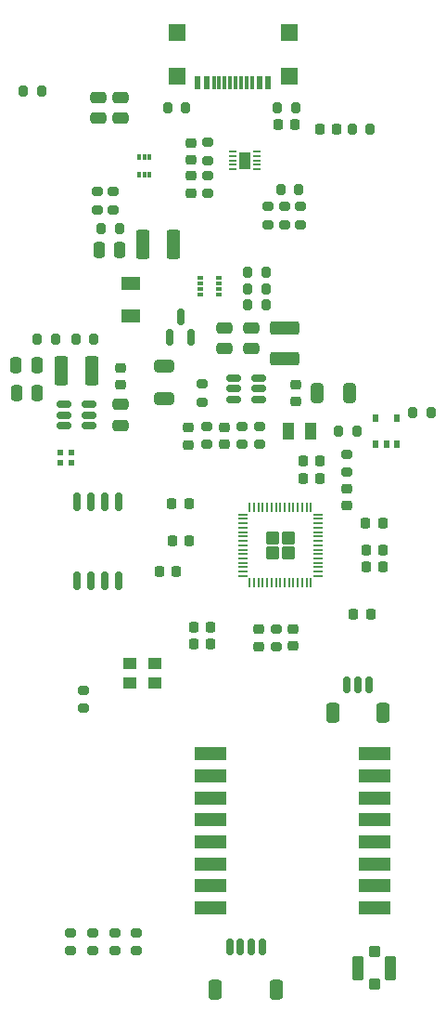
<source format=gtp>
%TF.GenerationSoftware,KiCad,Pcbnew,9.0.5*%
%TF.CreationDate,2025-11-15T07:59:09-05:00*%
%TF.ProjectId,PicoLume_v4,5069636f-4c75-46d6-955f-76342e6b6963,rev?*%
%TF.SameCoordinates,Original*%
%TF.FileFunction,Paste,Top*%
%TF.FilePolarity,Positive*%
%FSLAX46Y46*%
G04 Gerber Fmt 4.6, Leading zero omitted, Abs format (unit mm)*
G04 Created by KiCad (PCBNEW 9.0.5) date 2025-11-15 07:59:09*
%MOMM*%
%LPD*%
G01*
G04 APERTURE LIST*
G04 Aperture macros list*
%AMRoundRect*
0 Rectangle with rounded corners*
0 $1 Rounding radius*
0 $2 $3 $4 $5 $6 $7 $8 $9 X,Y pos of 4 corners*
0 Add a 4 corners polygon primitive as box body*
4,1,4,$2,$3,$4,$5,$6,$7,$8,$9,$2,$3,0*
0 Add four circle primitives for the rounded corners*
1,1,$1+$1,$2,$3*
1,1,$1+$1,$4,$5*
1,1,$1+$1,$6,$7*
1,1,$1+$1,$8,$9*
0 Add four rect primitives between the rounded corners*
20,1,$1+$1,$2,$3,$4,$5,0*
20,1,$1+$1,$4,$5,$6,$7,0*
20,1,$1+$1,$6,$7,$8,$9,0*
20,1,$1+$1,$8,$9,$2,$3,0*%
%AMFreePoly0*
4,1,18,-0.437500,0.050000,-0.433694,0.069134,-0.422855,0.085355,-0.406634,0.096194,-0.387500,0.100000,0.387500,0.100000,0.437500,0.050000,0.437500,-0.050000,0.433694,-0.069134,0.422855,-0.085355,0.406634,-0.096194,0.387500,-0.100000,-0.387500,-0.100000,-0.406634,-0.096194,-0.422855,-0.085355,-0.433694,-0.069134,-0.437500,-0.050000,-0.437500,0.050000,-0.437500,0.050000,$1*%
%AMFreePoly1*
4,1,18,-0.437500,0.050000,-0.433694,0.069134,-0.422855,0.085355,-0.406634,0.096194,-0.387500,0.100000,0.387500,0.100000,0.406634,0.096194,0.422855,0.085355,0.433694,0.069134,0.437500,0.050000,0.437500,-0.050000,0.387500,-0.100000,-0.387500,-0.100000,-0.406634,-0.096194,-0.422855,-0.085355,-0.433694,-0.069134,-0.437500,-0.050000,-0.437500,0.050000,-0.437500,0.050000,$1*%
%AMFreePoly2*
4,1,18,-0.100000,0.387500,-0.050000,0.437500,0.050000,0.437500,0.069134,0.433694,0.085355,0.422855,0.096194,0.406634,0.100000,0.387500,0.100000,-0.387500,0.096194,-0.406634,0.085355,-0.422855,0.069134,-0.433694,0.050000,-0.437500,-0.050000,-0.437500,-0.069134,-0.433694,-0.085355,-0.422855,-0.096194,-0.406634,-0.100000,-0.387500,-0.100000,0.387500,-0.100000,0.387500,$1*%
%AMFreePoly3*
4,1,18,-0.100000,0.387500,-0.096194,0.406634,-0.085355,0.422855,-0.069134,0.433694,-0.050000,0.437500,0.050000,0.437500,0.100000,0.387500,0.100000,-0.387500,0.096194,-0.406634,0.085355,-0.422855,0.069134,-0.433694,0.050000,-0.437500,-0.050000,-0.437500,-0.069134,-0.433694,-0.085355,-0.422855,-0.096194,-0.406634,-0.100000,-0.387500,-0.100000,0.387500,-0.100000,0.387500,$1*%
%AMFreePoly4*
4,1,18,-0.437500,0.050000,-0.433694,0.069134,-0.422855,0.085355,-0.406634,0.096194,-0.387500,0.100000,0.387500,0.100000,0.406634,0.096194,0.422855,0.085355,0.433694,0.069134,0.437500,0.050000,0.437500,-0.050000,0.433694,-0.069134,0.422855,-0.085355,0.406634,-0.096194,0.387500,-0.100000,-0.387500,-0.100000,-0.437500,-0.050000,-0.437500,0.050000,-0.437500,0.050000,$1*%
%AMFreePoly5*
4,1,18,-0.437500,0.050000,-0.387500,0.100000,0.387500,0.100000,0.406634,0.096194,0.422855,0.085355,0.433694,0.069134,0.437500,0.050000,0.437500,-0.050000,0.433694,-0.069134,0.422855,-0.085355,0.406634,-0.096194,0.387500,-0.100000,-0.387500,-0.100000,-0.406634,-0.096194,-0.422855,-0.085355,-0.433694,-0.069134,-0.437500,-0.050000,-0.437500,0.050000,-0.437500,0.050000,$1*%
%AMFreePoly6*
4,1,18,-0.100000,0.387500,-0.096194,0.406634,-0.085355,0.422855,-0.069134,0.433694,-0.050000,0.437500,0.050000,0.437500,0.069134,0.433694,0.085355,0.422855,0.096194,0.406634,0.100000,0.387500,0.100000,-0.387500,0.050000,-0.437500,-0.050000,-0.437500,-0.069134,-0.433694,-0.085355,-0.422855,-0.096194,-0.406634,-0.100000,-0.387500,-0.100000,0.387500,-0.100000,0.387500,$1*%
%AMFreePoly7*
4,1,18,-0.100000,0.387500,-0.096194,0.406634,-0.085355,0.422855,-0.069134,0.433694,-0.050000,0.437500,0.050000,0.437500,0.069134,0.433694,0.085355,0.422855,0.096194,0.406634,0.100000,0.387500,0.100000,-0.387500,0.096194,-0.406634,0.085355,-0.422855,0.069134,-0.433694,0.050000,-0.437500,-0.050000,-0.437500,-0.100000,-0.387500,-0.100000,0.387500,-0.100000,0.387500,$1*%
G04 Aperture macros list end*
%ADD10RoundRect,0.200000X-0.200000X-0.275000X0.200000X-0.275000X0.200000X0.275000X-0.200000X0.275000X0*%
%ADD11RoundRect,0.225000X-0.250000X0.225000X-0.250000X-0.225000X0.250000X-0.225000X0.250000X0.225000X0*%
%ADD12RoundRect,0.250000X0.250000X0.475000X-0.250000X0.475000X-0.250000X-0.475000X0.250000X-0.475000X0*%
%ADD13RoundRect,0.225000X0.225000X0.250000X-0.225000X0.250000X-0.225000X-0.250000X0.225000X-0.250000X0*%
%ADD14R,0.550000X0.800000*%
%ADD15RoundRect,0.225000X0.250000X-0.225000X0.250000X0.225000X-0.250000X0.225000X-0.250000X-0.225000X0*%
%ADD16RoundRect,0.200000X-0.275000X0.200000X-0.275000X-0.200000X0.275000X-0.200000X0.275000X0.200000X0*%
%ADD17RoundRect,0.225000X-0.225000X-0.250000X0.225000X-0.250000X0.225000X0.250000X-0.225000X0.250000X0*%
%ADD18RoundRect,0.218750X0.218750X0.256250X-0.218750X0.256250X-0.218750X-0.256250X0.218750X-0.256250X0*%
%ADD19RoundRect,0.250000X-0.350000X-0.350000X0.350000X-0.350000X0.350000X0.350000X-0.350000X0.350000X0*%
%ADD20FreePoly0,0.000000*%
%ADD21RoundRect,0.050000X-0.387500X-0.050000X0.387500X-0.050000X0.387500X0.050000X-0.387500X0.050000X0*%
%ADD22FreePoly1,0.000000*%
%ADD23FreePoly2,0.000000*%
%ADD24RoundRect,0.050000X-0.050000X-0.387500X0.050000X-0.387500X0.050000X0.387500X-0.050000X0.387500X0*%
%ADD25FreePoly3,0.000000*%
%ADD26FreePoly4,0.000000*%
%ADD27FreePoly5,0.000000*%
%ADD28FreePoly6,0.000000*%
%ADD29FreePoly7,0.000000*%
%ADD30RoundRect,0.150000X-0.512500X-0.150000X0.512500X-0.150000X0.512500X0.150000X-0.512500X0.150000X0*%
%ADD31RoundRect,0.100000X-0.400000X-0.400000X0.400000X-0.400000X0.400000X0.400000X-0.400000X0.400000X0*%
%ADD32RoundRect,0.105000X-0.420000X-0.995000X0.420000X-0.995000X0.420000X0.995000X-0.420000X0.995000X0*%
%ADD33RoundRect,0.200000X0.275000X-0.200000X0.275000X0.200000X-0.275000X0.200000X-0.275000X-0.200000X0*%
%ADD34R,1.820000X1.160000*%
%ADD35RoundRect,0.250000X-0.375000X-1.075000X0.375000X-1.075000X0.375000X1.075000X-0.375000X1.075000X0*%
%ADD36R,0.550000X0.550000*%
%ADD37RoundRect,0.200000X0.200000X0.275000X-0.200000X0.275000X-0.200000X-0.275000X0.200000X-0.275000X0*%
%ADD38RoundRect,0.250000X0.475000X-0.250000X0.475000X0.250000X-0.475000X0.250000X-0.475000X-0.250000X0*%
%ADD39RoundRect,0.150000X0.150000X0.625000X-0.150000X0.625000X-0.150000X-0.625000X0.150000X-0.625000X0*%
%ADD40RoundRect,0.250000X0.350000X0.650000X-0.350000X0.650000X-0.350000X-0.650000X0.350000X-0.650000X0*%
%ADD41RoundRect,0.250000X0.375000X1.075000X-0.375000X1.075000X-0.375000X-1.075000X0.375000X-1.075000X0*%
%ADD42RoundRect,0.250000X-0.650000X0.325000X-0.650000X-0.325000X0.650000X-0.325000X0.650000X0.325000X0*%
%ADD43RoundRect,0.218750X0.256250X-0.218750X0.256250X0.218750X-0.256250X0.218750X-0.256250X-0.218750X0*%
%ADD44RoundRect,0.250000X0.325000X0.650000X-0.325000X0.650000X-0.325000X-0.650000X0.325000X-0.650000X0*%
%ADD45R,0.750000X0.200000*%
%ADD46R,1.000000X1.600000*%
%ADD47R,3.000000X1.200000*%
%ADD48RoundRect,0.250000X-0.475000X0.250000X-0.475000X-0.250000X0.475000X-0.250000X0.475000X0.250000X0*%
%ADD49RoundRect,0.250000X-1.075000X0.375000X-1.075000X-0.375000X1.075000X-0.375000X1.075000X0.375000X0*%
%ADD50R,0.600000X1.150000*%
%ADD51R,0.300000X1.150000*%
%ADD52R,1.500000X1.500000*%
%ADD53R,0.475000X0.300000*%
%ADD54RoundRect,0.218750X-0.256250X0.218750X-0.256250X-0.218750X0.256250X-0.218750X0.256250X0.218750X0*%
%ADD55RoundRect,0.162500X-0.162500X0.650000X-0.162500X-0.650000X0.162500X-0.650000X0.162500X0.650000X0*%
%ADD56RoundRect,0.150000X-0.150000X-0.625000X0.150000X-0.625000X0.150000X0.625000X-0.150000X0.625000X0*%
%ADD57RoundRect,0.250000X-0.350000X-0.650000X0.350000X-0.650000X0.350000X0.650000X-0.350000X0.650000X0*%
%ADD58RoundRect,0.150000X0.150000X-0.587500X0.150000X0.587500X-0.150000X0.587500X-0.150000X-0.587500X0*%
%ADD59R,1.300000X1.050000*%
%ADD60R,0.300000X0.475000*%
G04 APERTURE END LIST*
D10*
%TO.C,R31*%
X145375000Y-79800000D03*
X143725000Y-79800000D03*
%TD*%
%TO.C,R15*%
X138625000Y-81500000D03*
X136975000Y-81500000D03*
%TD*%
D11*
%TO.C,C13*%
X129675000Y-99550000D03*
X129675000Y-101100000D03*
%TD*%
%TO.C,C9*%
X137700000Y-86725000D03*
X137700000Y-88275000D03*
%TD*%
D12*
%TO.C,C20*%
X109400000Y-75500000D03*
X107500000Y-75500000D03*
%TD*%
D13*
%TO.C,C3*%
X122125000Y-94275000D03*
X120575000Y-94275000D03*
%TD*%
D14*
%TO.C,U6*%
X140350000Y-82700000D03*
X141300000Y-82700000D03*
X142250000Y-82700000D03*
X142250000Y-80300000D03*
X140350000Y-80300000D03*
%TD*%
D15*
%TO.C,C1*%
X126525000Y-82650000D03*
X126525000Y-81100000D03*
%TD*%
D10*
%TO.C,R4*%
X108175000Y-50500000D03*
X109825000Y-50500000D03*
%TD*%
D16*
%TO.C,R8*%
X129725000Y-81050000D03*
X129725000Y-82700000D03*
%TD*%
%TO.C,R17*%
X116400000Y-59675000D03*
X116400000Y-61325000D03*
%TD*%
%TO.C,R12*%
X112500000Y-127175000D03*
X112500000Y-128825000D03*
%TD*%
D13*
%TO.C,C8*%
X123300000Y-91475000D03*
X121750000Y-91475000D03*
%TD*%
D17*
%TO.C,C12*%
X133725000Y-84200000D03*
X135275000Y-84200000D03*
%TD*%
D18*
%TO.C,D2*%
X136787500Y-54000000D03*
X135212500Y-54000000D03*
%TD*%
D19*
%TO.C,U1*%
X130925000Y-91175000D03*
X130925000Y-92575000D03*
X132325000Y-91175000D03*
X132325000Y-92575000D03*
D20*
X128187500Y-89075000D03*
D21*
X128187500Y-89475000D03*
X128187500Y-89875000D03*
X128187500Y-90275000D03*
X128187500Y-90675000D03*
X128187500Y-91075000D03*
X128187500Y-91475000D03*
X128187500Y-91875000D03*
X128187500Y-92275000D03*
X128187500Y-92675000D03*
X128187500Y-93075000D03*
X128187500Y-93475000D03*
X128187500Y-93875000D03*
X128187500Y-94275000D03*
D22*
X128187500Y-94675000D03*
D23*
X128825000Y-95312500D03*
D24*
X129225000Y-95312500D03*
X129625000Y-95312500D03*
X130025000Y-95312500D03*
X130425000Y-95312500D03*
X130825000Y-95312500D03*
X131225000Y-95312500D03*
X131625000Y-95312500D03*
X132025000Y-95312500D03*
X132425000Y-95312500D03*
X132825000Y-95312500D03*
X133225000Y-95312500D03*
X133625000Y-95312500D03*
X134025000Y-95312500D03*
D25*
X134425000Y-95312500D03*
D26*
X135062500Y-94675000D03*
D21*
X135062500Y-94275000D03*
X135062500Y-93875000D03*
X135062500Y-93475000D03*
X135062500Y-93075000D03*
X135062500Y-92675000D03*
X135062500Y-92275000D03*
X135062500Y-91875000D03*
X135062500Y-91475000D03*
X135062500Y-91075000D03*
X135062500Y-90675000D03*
X135062500Y-90275000D03*
X135062500Y-89875000D03*
X135062500Y-89475000D03*
D27*
X135062500Y-89075000D03*
D28*
X134425000Y-88437500D03*
D24*
X134025000Y-88437500D03*
X133625000Y-88437500D03*
X133225000Y-88437500D03*
X132825000Y-88437500D03*
X132425000Y-88437500D03*
X132025000Y-88437500D03*
X131625000Y-88437500D03*
X131225000Y-88437500D03*
X130825000Y-88437500D03*
X130425000Y-88437500D03*
X130025000Y-88437500D03*
X129625000Y-88437500D03*
X129225000Y-88437500D03*
D29*
X128825000Y-88437500D03*
%TD*%
D30*
%TO.C,U5*%
X111862500Y-79050000D03*
X111862500Y-80000000D03*
X111862500Y-80950000D03*
X114137500Y-80950000D03*
X114137500Y-80000000D03*
X114137500Y-79050000D03*
%TD*%
D31*
%TO.C,J8*%
X140225000Y-128875000D03*
D32*
X141700000Y-130375000D03*
D31*
X140225000Y-131875000D03*
D32*
X138750000Y-130375000D03*
%TD*%
D10*
%TO.C,R23*%
X128675000Y-70000000D03*
X130325000Y-70000000D03*
%TD*%
D33*
%TO.C,R28*%
X133500000Y-62650000D03*
X133500000Y-61000000D03*
%TD*%
D16*
%TO.C,R11*%
X114510000Y-127175000D03*
X114510000Y-128825000D03*
%TD*%
D13*
%TO.C,C14*%
X125275000Y-100900000D03*
X123725000Y-100900000D03*
%TD*%
D12*
%TO.C,C22*%
X116950000Y-65000000D03*
X115050000Y-65000000D03*
%TD*%
D34*
%TO.C,F2*%
X118000000Y-68025000D03*
X118000000Y-70975000D03*
%TD*%
D35*
%TO.C,L2*%
X111600000Y-76000000D03*
X114400000Y-76000000D03*
%TD*%
D17*
%TO.C,C6*%
X138325000Y-98200000D03*
X139875000Y-98200000D03*
%TD*%
D12*
%TO.C,C16*%
X109450000Y-78000000D03*
X107550000Y-78000000D03*
%TD*%
D36*
%TO.C,D3*%
X111575000Y-84400000D03*
X112525000Y-84400000D03*
X112525000Y-83450000D03*
X111575000Y-83450000D03*
%TD*%
D37*
%TO.C,R22*%
X130325000Y-68500000D03*
X128675000Y-68500000D03*
%TD*%
D10*
%TO.C,R14*%
X115275000Y-63000000D03*
X116925000Y-63000000D03*
%TD*%
D17*
%TO.C,C28*%
X133725000Y-85800000D03*
X135275000Y-85800000D03*
%TD*%
D33*
%TO.C,R26*%
X130500000Y-62650000D03*
X130500000Y-61000000D03*
%TD*%
D16*
%TO.C,R7*%
X128125000Y-81050000D03*
X128125000Y-82700000D03*
%TD*%
D38*
%TO.C,C17*%
X117000000Y-52950000D03*
X117000000Y-51050000D03*
%TD*%
D33*
%TO.C,R9*%
X124925000Y-82700000D03*
X124925000Y-81050000D03*
%TD*%
D39*
%TO.C,J10*%
X139700000Y-104600000D03*
X138700000Y-104600000D03*
X137700000Y-104600000D03*
D40*
X141000000Y-107125000D03*
X136400000Y-107125000D03*
%TD*%
D10*
%TO.C,R10*%
X109450000Y-73100000D03*
X111100000Y-73100000D03*
%TD*%
D16*
%TO.C,R1*%
X131225000Y-99500000D03*
X131225000Y-101150000D03*
%TD*%
%TO.C,R20*%
X124500000Y-77175000D03*
X124500000Y-78825000D03*
%TD*%
D37*
%TO.C,R29*%
X133325000Y-59500000D03*
X131675000Y-59500000D03*
%TD*%
D17*
%TO.C,C27*%
X131400000Y-53575000D03*
X132950000Y-53575000D03*
%TD*%
D41*
%TO.C,L4*%
X121900000Y-64500000D03*
X119100000Y-64500000D03*
%TD*%
D16*
%TO.C,R25*%
X125000000Y-58175000D03*
X125000000Y-59825000D03*
%TD*%
D33*
%TO.C,R16*%
X114900000Y-61325000D03*
X114900000Y-59675000D03*
%TD*%
D42*
%TO.C,C26*%
X121000000Y-75525000D03*
X121000000Y-78475000D03*
%TD*%
D43*
%TO.C,Fault1*%
X123500000Y-59787500D03*
X123500000Y-58212500D03*
%TD*%
D30*
%TO.C,U8*%
X127362500Y-76662500D03*
X127362500Y-77612500D03*
X127362500Y-78562500D03*
X129637500Y-78562500D03*
X129637500Y-77612500D03*
X129637500Y-76662500D03*
%TD*%
D44*
%TO.C,C23*%
X137975000Y-78000000D03*
X135025000Y-78000000D03*
%TD*%
D11*
%TO.C,C10*%
X132775000Y-99525000D03*
X132775000Y-101075000D03*
%TD*%
D17*
%TO.C,C11*%
X139475000Y-92350000D03*
X141025000Y-92350000D03*
%TD*%
%TO.C,C4*%
X139425000Y-89900000D03*
X140975000Y-89900000D03*
%TD*%
D45*
%TO.C,IC2*%
X127300000Y-56000000D03*
X127300000Y-56400000D03*
X127300000Y-56800000D03*
X127300000Y-57200000D03*
X127300000Y-57600000D03*
X129500000Y-57600000D03*
X129500000Y-57200000D03*
X129500000Y-56800000D03*
X129500000Y-56400000D03*
X129500000Y-56000000D03*
D46*
X128400000Y-56800000D03*
%TD*%
D47*
%TO.C,U4*%
X125225000Y-110900000D03*
X125225000Y-112900000D03*
X125225000Y-114900000D03*
X125225000Y-116900000D03*
X125225000Y-118900000D03*
X125225000Y-120900000D03*
X125225000Y-122900000D03*
X125225000Y-124900000D03*
X140225000Y-124900000D03*
X140225000Y-122900000D03*
X140225000Y-120900000D03*
X140225000Y-118900000D03*
X140225000Y-116900000D03*
X140225000Y-114900000D03*
X140225000Y-112900000D03*
X140225000Y-110900000D03*
%TD*%
D16*
%TO.C,R30*%
X113625000Y-105100000D03*
X113625000Y-106750000D03*
%TD*%
D48*
%TO.C,C25*%
X129000000Y-72050000D03*
X129000000Y-73950000D03*
%TD*%
D10*
%TO.C,R18*%
X121350000Y-52000000D03*
X123000000Y-52000000D03*
%TD*%
%TO.C,R6*%
X112950000Y-73100000D03*
X114600000Y-73100000D03*
%TD*%
%TO.C,R19*%
X131350000Y-52000000D03*
X133000000Y-52000000D03*
%TD*%
D49*
%TO.C,L3*%
X132000000Y-72100000D03*
X132000000Y-74900000D03*
%TD*%
D50*
%TO.C,J11*%
X130500000Y-49690000D03*
X129700000Y-49690000D03*
D51*
X128550000Y-49690000D03*
X127550000Y-49690000D03*
X127050000Y-49690000D03*
X126050000Y-49690000D03*
D50*
X124900000Y-49690000D03*
X124100000Y-49690000D03*
D51*
X125550000Y-49690000D03*
X126550000Y-49690000D03*
X128050000Y-49690000D03*
X129050000Y-49690000D03*
D52*
X132420000Y-49115000D03*
X122180000Y-49115000D03*
X132420000Y-45185000D03*
X122180000Y-45185000D03*
%TD*%
D11*
%TO.C,C24*%
X133000000Y-77225000D03*
X133000000Y-78775000D03*
%TD*%
D48*
%TO.C,C15*%
X126500000Y-72050000D03*
X126500000Y-73950000D03*
%TD*%
D53*
%TO.C,IC1*%
X124324000Y-67500000D03*
X124324000Y-68000000D03*
X124324000Y-68500000D03*
X124324000Y-69000000D03*
X126000000Y-69000000D03*
X126000000Y-68500000D03*
X126000000Y-68000000D03*
X126000000Y-67500000D03*
%TD*%
D13*
%TO.C,C7*%
X125250000Y-99325000D03*
X123700000Y-99325000D03*
%TD*%
D33*
%TO.C,R27*%
X132000000Y-62650000D03*
X132000000Y-61000000D03*
%TD*%
D16*
%TO.C,R3*%
X116500000Y-127175000D03*
X116500000Y-128825000D03*
%TD*%
D54*
%TO.C,CHG1*%
X123500000Y-55212500D03*
X123500000Y-56787500D03*
%TD*%
D55*
%TO.C,U2*%
X116905000Y-87912500D03*
X115635000Y-87912500D03*
X114365000Y-87912500D03*
X113095000Y-87912500D03*
X113095000Y-95087500D03*
X114365000Y-95087500D03*
X115635000Y-95087500D03*
X116905000Y-95087500D03*
%TD*%
D56*
%TO.C,J4*%
X127000000Y-128500000D03*
X128000000Y-128500000D03*
X129000000Y-128500000D03*
X130000000Y-128500000D03*
D57*
X125700000Y-132375000D03*
X131300000Y-132375000D03*
%TD*%
D58*
%TO.C,Q4*%
X121550000Y-72937500D03*
X123450000Y-72937500D03*
X122500000Y-71062500D03*
%TD*%
D59*
%TO.C,Y1*%
X117850000Y-104400000D03*
X120150000Y-104400000D03*
X120150000Y-102650000D03*
X117850000Y-102650000D03*
%TD*%
D13*
%TO.C,C2*%
X123275000Y-88100000D03*
X121725000Y-88100000D03*
%TD*%
D38*
%TO.C,C21*%
X115000000Y-52950000D03*
X115000000Y-51050000D03*
%TD*%
D48*
%TO.C,C18*%
X117000000Y-79050000D03*
X117000000Y-80950000D03*
%TD*%
D60*
%TO.C,IC3*%
X118700000Y-58138000D03*
X119200000Y-58138000D03*
X119700000Y-58138000D03*
X119700000Y-56462000D03*
X119200000Y-56462000D03*
X118700000Y-56462000D03*
%TD*%
D37*
%TO.C,R13*%
X139825000Y-54000000D03*
X138175000Y-54000000D03*
%TD*%
%TO.C,R21*%
X130325000Y-67000000D03*
X128675000Y-67000000D03*
%TD*%
D15*
%TO.C,C19*%
X117000000Y-77275000D03*
X117000000Y-75725000D03*
%TD*%
D33*
%TO.C,R24*%
X125000000Y-56825000D03*
X125000000Y-55175000D03*
%TD*%
D46*
%TO.C,L1*%
X132400000Y-81500000D03*
X134400000Y-81500000D03*
%TD*%
D16*
%TO.C,R5*%
X137700000Y-83575000D03*
X137700000Y-85225000D03*
%TD*%
%TO.C,R2*%
X118500000Y-127175000D03*
X118500000Y-128825000D03*
%TD*%
D54*
%TO.C,D1*%
X123250000Y-81137500D03*
X123250000Y-82712500D03*
%TD*%
D17*
%TO.C,C5*%
X139475000Y-93875000D03*
X141025000Y-93875000D03*
%TD*%
M02*

</source>
